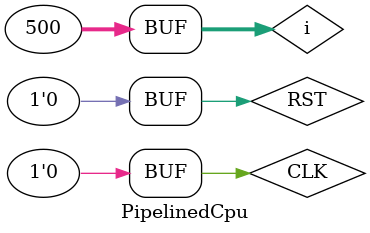
<source format=v>
module PipelinedCpu ();

reg CLK;
wire [31:0] OUT;
reg RST;
integer i;
SingleCpu SingleCpu1 (.CLK(CLK), .RST(RST), .OUT(OUT));

initial begin
    RST = 1;
    CLK = 0;
    #5;
    CLK = 1;
    #5
    RST = 0;
    CLK = 0;
    #5
    for(i=0; i<500; i=i+1) begin
        CLK = 1;
        #5
        CLK = 0;
        #5;
    end


end


// always begin
//     #6 CLK=0;
//     #4 CLK=1;
// end

    
endmodule
</source>
